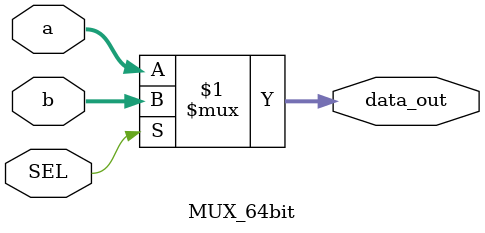
<source format=v>
module MUX_64bit(
  input [63:0] a, b,
  input SEL,
  output [63:0] data_out
);
  
  assign data_out = SEL ? b : a;
  
endmodule
</source>
